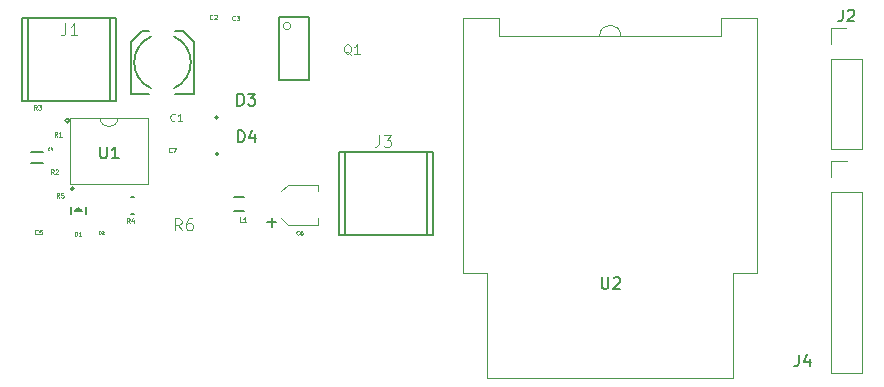
<source format=gto>
G04 #@! TF.FileFunction,Legend,Top*
%FSLAX46Y46*%
G04 Gerber Fmt 4.6, Leading zero omitted, Abs format (unit mm)*
G04 Created by KiCad (PCBNEW 4.0.7) date 10/09/19 11:40:26*
%MOMM*%
%LPD*%
G01*
G04 APERTURE LIST*
%ADD10C,0.100000*%
%ADD11C,0.203200*%
%ADD12C,0.127000*%
%ADD13C,0.120000*%
%ADD14C,0.200000*%
%ADD15C,0.150000*%
%ADD16C,0.025400*%
%ADD17C,0.050000*%
%ADD18C,0.085000*%
G04 APERTURE END LIST*
D10*
D11*
X118855000Y-71462960D02*
X118855000Y-75862960D01*
X118855000Y-75862960D02*
X117305000Y-75862960D01*
X115105000Y-75862960D02*
X113555000Y-75862960D01*
X113555000Y-75862960D02*
X113555000Y-71462960D01*
X114455000Y-70562960D02*
X115105000Y-70562960D01*
X117305000Y-70562960D02*
X117955000Y-70562960D01*
X117955000Y-70562960D02*
X118855000Y-71462960D01*
X113555000Y-71462960D02*
X114455000Y-70562960D01*
X117158416Y-75411481D02*
G75*
G03X117155000Y-71012960I-953413J2198521D01*
G01*
X115251584Y-75411481D02*
G75*
G02X115255000Y-71012960I953413J2198521D01*
G01*
D12*
X105113200Y-81724440D02*
X106113200Y-81724440D01*
X106113200Y-80764440D02*
X105113200Y-80764440D01*
D13*
X126840560Y-86992720D02*
X126230560Y-86382720D01*
X129400560Y-86992720D02*
X129400560Y-86382720D01*
X126860560Y-83552720D02*
X126260560Y-84142720D01*
X129400560Y-83552720D02*
X129400560Y-84142720D01*
X126840560Y-86992720D02*
X129380560Y-86992720D01*
X129400560Y-83552720D02*
X126860560Y-83552720D01*
D12*
X108422680Y-86025000D02*
X108422680Y-85425000D01*
X109722680Y-86025000D02*
X109722680Y-85425000D01*
D14*
X108722680Y-83925000D02*
G75*
G03X108722680Y-83925000I-150000J0D01*
G01*
X108772680Y-85825000D02*
X109372680Y-85825000D01*
X109372680Y-85825000D02*
X109072680Y-85525000D01*
X109072680Y-85525000D02*
X108772680Y-85825000D01*
D15*
X120909080Y-77906880D02*
G75*
G03X120909080Y-77906880I-127000J0D01*
G01*
X120942100Y-80985360D02*
G75*
G03X120942100Y-80985360I-127000J0D01*
G01*
D12*
X104295440Y-76467520D02*
X104795440Y-76467520D01*
X104795440Y-76467520D02*
X111795440Y-76467520D01*
X111795440Y-76467520D02*
X112295440Y-76467520D01*
X112295440Y-76467520D02*
X112295440Y-69467520D01*
X112295440Y-69467520D02*
X111795440Y-69467520D01*
X111795440Y-69467520D02*
X104795440Y-69467520D01*
X104795440Y-69467520D02*
X104295440Y-69467520D01*
X104295440Y-69467520D02*
X104295440Y-76467520D01*
X104795440Y-69467520D02*
X104795440Y-76467520D01*
X111795440Y-69467520D02*
X111795440Y-76467520D01*
D13*
X172787000Y-72898000D02*
X172787000Y-80578000D01*
X172787000Y-80578000D02*
X175447000Y-80578000D01*
X175447000Y-80578000D02*
X175447000Y-72898000D01*
X175447000Y-72898000D02*
X172787000Y-72898000D01*
X172787000Y-71628000D02*
X172787000Y-70298000D01*
X172787000Y-70298000D02*
X174117000Y-70298000D01*
D12*
X131140700Y-87839100D02*
X131640700Y-87839100D01*
X131640700Y-87839100D02*
X138640700Y-87839100D01*
X138640700Y-87839100D02*
X139140700Y-87839100D01*
X139140700Y-87839100D02*
X139140700Y-80839100D01*
X139140700Y-80839100D02*
X138640700Y-80839100D01*
X138640700Y-80839100D02*
X131640700Y-80839100D01*
X131640700Y-80839100D02*
X131140700Y-80839100D01*
X131140700Y-80839100D02*
X131140700Y-87839100D01*
X131640700Y-80839100D02*
X131640700Y-87839100D01*
X138640700Y-80839100D02*
X138640700Y-87839100D01*
D13*
X172792080Y-84195920D02*
X172792080Y-99495920D01*
X172792080Y-99495920D02*
X175452080Y-99495920D01*
X175452080Y-99495920D02*
X175452080Y-84195920D01*
X175452080Y-84195920D02*
X172792080Y-84195920D01*
X172792080Y-82925920D02*
X172792080Y-81595920D01*
X172792080Y-81595920D02*
X174122080Y-81595920D01*
D12*
X123097240Y-85822080D02*
X122297240Y-85822080D01*
X123097240Y-84622080D02*
X122297240Y-84622080D01*
D11*
X128648460Y-69362320D02*
X128648460Y-74696320D01*
X126108460Y-74696320D02*
X126108460Y-69362320D01*
X126108460Y-69362320D02*
X128648460Y-69362320D01*
X128648460Y-74696320D02*
X126108460Y-74696320D01*
D10*
X127060960Y-70124320D02*
G75*
G03X127060960Y-70124320I-317500J0D01*
G01*
D12*
X113790080Y-86023680D02*
X113550080Y-86023680D01*
X113790080Y-84623680D02*
X113550080Y-84623680D01*
D15*
X108302325Y-78150720D02*
G75*
G03X108302325Y-78150720I-179605J0D01*
G01*
D16*
X110916720Y-77896720D02*
G75*
G03X112440720Y-77896720I762000J0D01*
G01*
X114980720Y-83484720D02*
X108376720Y-83484720D01*
X108376720Y-83484720D02*
X108376720Y-77896720D01*
X108376720Y-77896720D02*
X114980720Y-77896720D01*
X114980720Y-77896720D02*
X114980720Y-83484720D01*
X155006040Y-70947280D02*
G75*
G03X153228040Y-70947280I-889000J0D01*
G01*
X144719040Y-70947280D02*
X144719040Y-69423280D01*
X144719040Y-69423280D02*
X141671040Y-69423280D01*
X141671040Y-69423280D02*
X141671040Y-91013280D01*
X141671040Y-91013280D02*
X143703040Y-91013280D01*
X143703040Y-91013280D02*
X143703040Y-99903280D01*
X143703040Y-99903280D02*
X164531040Y-99903280D01*
X164531040Y-99903280D02*
X164531040Y-91013280D01*
X164531040Y-91013280D02*
X166563040Y-91013280D01*
X166563040Y-91013280D02*
X166563040Y-69423280D01*
X166563040Y-69423280D02*
X163515040Y-69423280D01*
X163515040Y-69423280D02*
X163515040Y-70947280D01*
X163515040Y-70947280D02*
X144719040Y-70947280D01*
D17*
X117246401Y-78114434D02*
X117217372Y-78143463D01*
X117130286Y-78172491D01*
X117072229Y-78172491D01*
X116985144Y-78143463D01*
X116927086Y-78085406D01*
X116898058Y-78027349D01*
X116869029Y-77911234D01*
X116869029Y-77824149D01*
X116898058Y-77708034D01*
X116927086Y-77649977D01*
X116985144Y-77591920D01*
X117072229Y-77562891D01*
X117130286Y-77562891D01*
X117217372Y-77591920D01*
X117246401Y-77620949D01*
X117826972Y-78172491D02*
X117478629Y-78172491D01*
X117652801Y-78172491D02*
X117652801Y-77562891D01*
X117594744Y-77649977D01*
X117536686Y-77708034D01*
X117478629Y-77737063D01*
X120434523Y-69543567D02*
X120415776Y-69562315D01*
X120359533Y-69581062D01*
X120322037Y-69581062D01*
X120265794Y-69562315D01*
X120228299Y-69524819D01*
X120209551Y-69487324D01*
X120190804Y-69412333D01*
X120190804Y-69356090D01*
X120209551Y-69281100D01*
X120228299Y-69243604D01*
X120265794Y-69206109D01*
X120322037Y-69187361D01*
X120359533Y-69187361D01*
X120415776Y-69206109D01*
X120434523Y-69224857D01*
X120584505Y-69224857D02*
X120603252Y-69206109D01*
X120640748Y-69187361D01*
X120734486Y-69187361D01*
X120771981Y-69206109D01*
X120790729Y-69224857D01*
X120809477Y-69262352D01*
X120809477Y-69299847D01*
X120790729Y-69356090D01*
X120565757Y-69581062D01*
X120809477Y-69581062D01*
X122342063Y-69619767D02*
X122323316Y-69638515D01*
X122267073Y-69657262D01*
X122229577Y-69657262D01*
X122173334Y-69638515D01*
X122135839Y-69601019D01*
X122117091Y-69563524D01*
X122098344Y-69488533D01*
X122098344Y-69432290D01*
X122117091Y-69357300D01*
X122135839Y-69319804D01*
X122173334Y-69282309D01*
X122229577Y-69263561D01*
X122267073Y-69263561D01*
X122323316Y-69282309D01*
X122342063Y-69301057D01*
X122473297Y-69263561D02*
X122717017Y-69263561D01*
X122585783Y-69413543D01*
X122642026Y-69413543D01*
X122679521Y-69432290D01*
X122698269Y-69451038D01*
X122717017Y-69488533D01*
X122717017Y-69582272D01*
X122698269Y-69619767D01*
X122679521Y-69638515D01*
X122642026Y-69657262D01*
X122529540Y-69657262D01*
X122492045Y-69638515D01*
X122473297Y-69619767D01*
X106634612Y-80637396D02*
X106623095Y-80648913D01*
X106588544Y-80660430D01*
X106565510Y-80660430D01*
X106530960Y-80648913D01*
X106507926Y-80625880D01*
X106496409Y-80602846D01*
X106484892Y-80556778D01*
X106484892Y-80522228D01*
X106496409Y-80476160D01*
X106507926Y-80453127D01*
X106530960Y-80430093D01*
X106565510Y-80418576D01*
X106588544Y-80418576D01*
X106623095Y-80430093D01*
X106634612Y-80441610D01*
X106841915Y-80499194D02*
X106841915Y-80660430D01*
X106784331Y-80407059D02*
X106726746Y-80579812D01*
X106876466Y-80579812D01*
X105631403Y-87732507D02*
X105612656Y-87751255D01*
X105556413Y-87770002D01*
X105518917Y-87770002D01*
X105462674Y-87751255D01*
X105425179Y-87713759D01*
X105406431Y-87676264D01*
X105387684Y-87601273D01*
X105387684Y-87545030D01*
X105406431Y-87470040D01*
X105425179Y-87432544D01*
X105462674Y-87395049D01*
X105518917Y-87376301D01*
X105556413Y-87376301D01*
X105612656Y-87395049D01*
X105631403Y-87413797D01*
X105987609Y-87376301D02*
X105800132Y-87376301D01*
X105781385Y-87563778D01*
X105800132Y-87545030D01*
X105837628Y-87526283D01*
X105931366Y-87526283D01*
X105968861Y-87545030D01*
X105987609Y-87563778D01*
X106006357Y-87601273D01*
X106006357Y-87695012D01*
X105987609Y-87732507D01*
X105968861Y-87751255D01*
X105931366Y-87770002D01*
X105837628Y-87770002D01*
X105800132Y-87751255D01*
X105781385Y-87732507D01*
D18*
X127753593Y-87764129D02*
X127737403Y-87780319D01*
X127688831Y-87796510D01*
X127656450Y-87796510D01*
X127607879Y-87780319D01*
X127575498Y-87747938D01*
X127559307Y-87715557D01*
X127543117Y-87650795D01*
X127543117Y-87602224D01*
X127559307Y-87537462D01*
X127575498Y-87505081D01*
X127607879Y-87472700D01*
X127656450Y-87456510D01*
X127688831Y-87456510D01*
X127737403Y-87472700D01*
X127753593Y-87488890D01*
X128045022Y-87456510D02*
X127980260Y-87456510D01*
X127947879Y-87472700D01*
X127931688Y-87488890D01*
X127899307Y-87537462D01*
X127883117Y-87602224D01*
X127883117Y-87731748D01*
X127899307Y-87764129D01*
X127915498Y-87780319D01*
X127947879Y-87796510D01*
X128012641Y-87796510D01*
X128045022Y-87780319D01*
X128061212Y-87764129D01*
X128077403Y-87731748D01*
X128077403Y-87650795D01*
X128061212Y-87618414D01*
X128045022Y-87602224D01*
X128012641Y-87586033D01*
X127947879Y-87586033D01*
X127915498Y-87602224D01*
X127899307Y-87618414D01*
X127883117Y-87650795D01*
D15*
X125069608Y-86734149D02*
X125831513Y-86734149D01*
X125450561Y-87115101D02*
X125450561Y-86353196D01*
D17*
X116975043Y-80803387D02*
X116956296Y-80822135D01*
X116900053Y-80840882D01*
X116862557Y-80840882D01*
X116806314Y-80822135D01*
X116768819Y-80784639D01*
X116750071Y-80747144D01*
X116731324Y-80672153D01*
X116731324Y-80615910D01*
X116750071Y-80540920D01*
X116768819Y-80503424D01*
X116806314Y-80465929D01*
X116862557Y-80447181D01*
X116900053Y-80447181D01*
X116956296Y-80465929D01*
X116975043Y-80484677D01*
X117106277Y-80447181D02*
X117368744Y-80447181D01*
X117200015Y-80840882D01*
X108766840Y-87913069D02*
X108766840Y-87540000D01*
X108855666Y-87540000D01*
X108908961Y-87557765D01*
X108944492Y-87593295D01*
X108962257Y-87628826D01*
X108980022Y-87699887D01*
X108980022Y-87753182D01*
X108962257Y-87824243D01*
X108944492Y-87859773D01*
X108908961Y-87895304D01*
X108855666Y-87913069D01*
X108766840Y-87913069D01*
X109335326Y-87913069D02*
X109122144Y-87913069D01*
X109228735Y-87913069D02*
X109228735Y-87540000D01*
X109193205Y-87593295D01*
X109157674Y-87628826D01*
X109122144Y-87646591D01*
X110835924Y-87744905D02*
X110835924Y-87490905D01*
X110896400Y-87490905D01*
X110932686Y-87503000D01*
X110956877Y-87527190D01*
X110968972Y-87551381D01*
X110981067Y-87599762D01*
X110981067Y-87636048D01*
X110968972Y-87684429D01*
X110956877Y-87708619D01*
X110932686Y-87732810D01*
X110896400Y-87744905D01*
X110835924Y-87744905D01*
X111077829Y-87515095D02*
X111089924Y-87503000D01*
X111114115Y-87490905D01*
X111174591Y-87490905D01*
X111198781Y-87503000D01*
X111210877Y-87515095D01*
X111222972Y-87539286D01*
X111222972Y-87563476D01*
X111210877Y-87599762D01*
X111065734Y-87744905D01*
X111222972Y-87744905D01*
D15*
X122545885Y-76870821D02*
X122545885Y-75870821D01*
X122783980Y-75870821D01*
X122926838Y-75918440D01*
X123022076Y-76013678D01*
X123069695Y-76108916D01*
X123117314Y-76299392D01*
X123117314Y-76442250D01*
X123069695Y-76632726D01*
X123022076Y-76727964D01*
X122926838Y-76823202D01*
X122783980Y-76870821D01*
X122545885Y-76870821D01*
X123450647Y-75870821D02*
X124069695Y-75870821D01*
X123736361Y-76251773D01*
X123879219Y-76251773D01*
X123974457Y-76299392D01*
X124022076Y-76347011D01*
X124069695Y-76442250D01*
X124069695Y-76680345D01*
X124022076Y-76775583D01*
X123974457Y-76823202D01*
X123879219Y-76870821D01*
X123593504Y-76870821D01*
X123498266Y-76823202D01*
X123450647Y-76775583D01*
X122594145Y-79969621D02*
X122594145Y-78969621D01*
X122832240Y-78969621D01*
X122975098Y-79017240D01*
X123070336Y-79112478D01*
X123117955Y-79207716D01*
X123165574Y-79398192D01*
X123165574Y-79541050D01*
X123117955Y-79731526D01*
X123070336Y-79826764D01*
X122975098Y-79922002D01*
X122832240Y-79969621D01*
X122594145Y-79969621D01*
X124022717Y-79302954D02*
X124022717Y-79969621D01*
X123784621Y-78922002D02*
X123546526Y-79636288D01*
X124165574Y-79636288D01*
D17*
X107990047Y-69917061D02*
X107990047Y-70631347D01*
X107942427Y-70774204D01*
X107847189Y-70869442D01*
X107704332Y-70917061D01*
X107609094Y-70917061D01*
X108990047Y-70917061D02*
X108418618Y-70917061D01*
X108704332Y-70917061D02*
X108704332Y-69917061D01*
X108609094Y-70059918D01*
X108513856Y-70155156D01*
X108418618Y-70202775D01*
D15*
X173783667Y-68750381D02*
X173783667Y-69464667D01*
X173736047Y-69607524D01*
X173640809Y-69702762D01*
X173497952Y-69750381D01*
X173402714Y-69750381D01*
X174212238Y-68845619D02*
X174259857Y-68798000D01*
X174355095Y-68750381D01*
X174593191Y-68750381D01*
X174688429Y-68798000D01*
X174736048Y-68845619D01*
X174783667Y-68940857D01*
X174783667Y-69036095D01*
X174736048Y-69178952D01*
X174164619Y-69750381D01*
X174783667Y-69750381D01*
D17*
X134540667Y-79373481D02*
X134540667Y-80087767D01*
X134493047Y-80230624D01*
X134397809Y-80325862D01*
X134254952Y-80373481D01*
X134159714Y-80373481D01*
X134921619Y-79373481D02*
X135540667Y-79373481D01*
X135207333Y-79754433D01*
X135350191Y-79754433D01*
X135445429Y-79802052D01*
X135493048Y-79849671D01*
X135540667Y-79944910D01*
X135540667Y-80183005D01*
X135493048Y-80278243D01*
X135445429Y-80325862D01*
X135350191Y-80373481D01*
X135064476Y-80373481D01*
X134969238Y-80325862D01*
X134921619Y-80278243D01*
D15*
X170087967Y-97953581D02*
X170087967Y-98667867D01*
X170040347Y-98810724D01*
X169945109Y-98905962D01*
X169802252Y-98953581D01*
X169707014Y-98953581D01*
X170992729Y-98286914D02*
X170992729Y-98953581D01*
X170754633Y-97905962D02*
X170516538Y-98620248D01*
X171135586Y-98620248D01*
D17*
X122926264Y-86736222D02*
X122738787Y-86736222D01*
X122738787Y-86342521D01*
X123263722Y-86736222D02*
X123038750Y-86736222D01*
X123151236Y-86736222D02*
X123151236Y-86342521D01*
X123113740Y-86398764D01*
X123076245Y-86436260D01*
X123038750Y-86455007D01*
X132168691Y-72562649D02*
X132092283Y-72524445D01*
X132015874Y-72448036D01*
X131901261Y-72333423D01*
X131824852Y-72295219D01*
X131748444Y-72295219D01*
X131786648Y-72486241D02*
X131710239Y-72448036D01*
X131633831Y-72371628D01*
X131595626Y-72218810D01*
X131595626Y-71951380D01*
X131633831Y-71798563D01*
X131710239Y-71722154D01*
X131786648Y-71683950D01*
X131939465Y-71683950D01*
X132015874Y-71722154D01*
X132092283Y-71798563D01*
X132130487Y-71951380D01*
X132130487Y-72218810D01*
X132092283Y-72371628D01*
X132015874Y-72448036D01*
X131939465Y-72486241D01*
X131786648Y-72486241D01*
X132894573Y-72486241D02*
X132436121Y-72486241D01*
X132665347Y-72486241D02*
X132665347Y-71683950D01*
X132588939Y-71798563D01*
X132512530Y-71874971D01*
X132436121Y-71913176D01*
X107295103Y-79502302D02*
X107163870Y-79314826D01*
X107070131Y-79502302D02*
X107070131Y-79108601D01*
X107220113Y-79108601D01*
X107257608Y-79127349D01*
X107276356Y-79146097D01*
X107295103Y-79183592D01*
X107295103Y-79239835D01*
X107276356Y-79277330D01*
X107257608Y-79296078D01*
X107220113Y-79314826D01*
X107070131Y-79314826D01*
X107670057Y-79502302D02*
X107445085Y-79502302D01*
X107557571Y-79502302D02*
X107557571Y-79108601D01*
X107520075Y-79164844D01*
X107482580Y-79202340D01*
X107445085Y-79221087D01*
X107010623Y-82672222D02*
X106879390Y-82484746D01*
X106785651Y-82672222D02*
X106785651Y-82278521D01*
X106935633Y-82278521D01*
X106973128Y-82297269D01*
X106991876Y-82316017D01*
X107010623Y-82353512D01*
X107010623Y-82409755D01*
X106991876Y-82447250D01*
X106973128Y-82465998D01*
X106935633Y-82484746D01*
X106785651Y-82484746D01*
X107160605Y-82316017D02*
X107179352Y-82297269D01*
X107216848Y-82278521D01*
X107310586Y-82278521D01*
X107348081Y-82297269D01*
X107366829Y-82316017D01*
X107385577Y-82353512D01*
X107385577Y-82391007D01*
X107366829Y-82447250D01*
X107141857Y-82672222D01*
X107385577Y-82672222D01*
X105555203Y-77216302D02*
X105423970Y-77028826D01*
X105330231Y-77216302D02*
X105330231Y-76822601D01*
X105480213Y-76822601D01*
X105517708Y-76841349D01*
X105536456Y-76860097D01*
X105555203Y-76897592D01*
X105555203Y-76953835D01*
X105536456Y-76991330D01*
X105517708Y-77010078D01*
X105480213Y-77028826D01*
X105330231Y-77028826D01*
X105686437Y-76822601D02*
X105930157Y-76822601D01*
X105798923Y-76972583D01*
X105855166Y-76972583D01*
X105892661Y-76991330D01*
X105911409Y-77010078D01*
X105930157Y-77047573D01*
X105930157Y-77141312D01*
X105911409Y-77178807D01*
X105892661Y-77197555D01*
X105855166Y-77216302D01*
X105742680Y-77216302D01*
X105705185Y-77197555D01*
X105686437Y-77178807D01*
X113431743Y-86794642D02*
X113300510Y-86607166D01*
X113206771Y-86794642D02*
X113206771Y-86400941D01*
X113356753Y-86400941D01*
X113394248Y-86419689D01*
X113412996Y-86438437D01*
X113431743Y-86475932D01*
X113431743Y-86532175D01*
X113412996Y-86569670D01*
X113394248Y-86588418D01*
X113356753Y-86607166D01*
X113206771Y-86607166D01*
X113769201Y-86532175D02*
X113769201Y-86794642D01*
X113675463Y-86382194D02*
X113581725Y-86663409D01*
X113825444Y-86663409D01*
X107467823Y-84668662D02*
X107336590Y-84481186D01*
X107242851Y-84668662D02*
X107242851Y-84274961D01*
X107392833Y-84274961D01*
X107430328Y-84293709D01*
X107449076Y-84312457D01*
X107467823Y-84349952D01*
X107467823Y-84406195D01*
X107449076Y-84443690D01*
X107430328Y-84462438D01*
X107392833Y-84481186D01*
X107242851Y-84481186D01*
X107824029Y-84274961D02*
X107636552Y-84274961D01*
X107617805Y-84462438D01*
X107636552Y-84443690D01*
X107674048Y-84424943D01*
X107767786Y-84424943D01*
X107805281Y-84443690D01*
X107824029Y-84462438D01*
X107842777Y-84499933D01*
X107842777Y-84593672D01*
X107824029Y-84631167D01*
X107805281Y-84649915D01*
X107767786Y-84668662D01*
X107674048Y-84668662D01*
X107636552Y-84649915D01*
X107617805Y-84631167D01*
X117823910Y-87429719D02*
X117490490Y-86953404D01*
X117252333Y-87429719D02*
X117252333Y-86429459D01*
X117633385Y-86429459D01*
X117728647Y-86477090D01*
X117776279Y-86524721D01*
X117823910Y-86619984D01*
X117823910Y-86762879D01*
X117776279Y-86858141D01*
X117728647Y-86905773D01*
X117633385Y-86953404D01*
X117252333Y-86953404D01*
X118681276Y-86429459D02*
X118490750Y-86429459D01*
X118395487Y-86477090D01*
X118347856Y-86524721D01*
X118252593Y-86667616D01*
X118204962Y-86858141D01*
X118204962Y-87239193D01*
X118252593Y-87334456D01*
X118300225Y-87382087D01*
X118395487Y-87429719D01*
X118586013Y-87429719D01*
X118681276Y-87382087D01*
X118728907Y-87334456D01*
X118776539Y-87239193D01*
X118776539Y-87001036D01*
X118728907Y-86905773D01*
X118681276Y-86858141D01*
X118586013Y-86810510D01*
X118395487Y-86810510D01*
X118300225Y-86858141D01*
X118252593Y-86905773D01*
X118204962Y-87001036D01*
D15*
X110942215Y-80338681D02*
X110942215Y-81148205D01*
X110989834Y-81243443D01*
X111037453Y-81291062D01*
X111132691Y-81338681D01*
X111323168Y-81338681D01*
X111418406Y-81291062D01*
X111466025Y-81243443D01*
X111513644Y-81148205D01*
X111513644Y-80338681D01*
X112513644Y-81338681D02*
X111942215Y-81338681D01*
X112227929Y-81338681D02*
X112227929Y-80338681D01*
X112132691Y-80481538D01*
X112037453Y-80576776D01*
X111942215Y-80624395D01*
X153393235Y-91380061D02*
X153393235Y-92189585D01*
X153440854Y-92284823D01*
X153488473Y-92332442D01*
X153583711Y-92380061D01*
X153774188Y-92380061D01*
X153869426Y-92332442D01*
X153917045Y-92284823D01*
X153964664Y-92189585D01*
X153964664Y-91380061D01*
X154393235Y-91475299D02*
X154440854Y-91427680D01*
X154536092Y-91380061D01*
X154774188Y-91380061D01*
X154869426Y-91427680D01*
X154917045Y-91475299D01*
X154964664Y-91570537D01*
X154964664Y-91665775D01*
X154917045Y-91808632D01*
X154345616Y-92380061D01*
X154964664Y-92380061D01*
M02*

</source>
